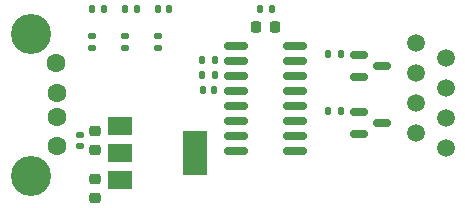
<source format=gbr>
%TF.GenerationSoftware,KiCad,Pcbnew,(6.0.4)*%
%TF.CreationDate,2023-01-25T09:54:28+09:00*%
%TF.ProjectId,naraetracker-usb-convertor,6e617261-6574-4726-9163-6b65722d7573,rev?*%
%TF.SameCoordinates,Original*%
%TF.FileFunction,Paste,Top*%
%TF.FilePolarity,Positive*%
%FSLAX46Y46*%
G04 Gerber Fmt 4.6, Leading zero omitted, Abs format (unit mm)*
G04 Created by KiCad (PCBNEW (6.0.4)) date 2023-01-25 09:54:28*
%MOMM*%
%LPD*%
G01*
G04 APERTURE LIST*
G04 Aperture macros list*
%AMRoundRect*
0 Rectangle with rounded corners*
0 $1 Rounding radius*
0 $2 $3 $4 $5 $6 $7 $8 $9 X,Y pos of 4 corners*
0 Add a 4 corners polygon primitive as box body*
4,1,4,$2,$3,$4,$5,$6,$7,$8,$9,$2,$3,0*
0 Add four circle primitives for the rounded corners*
1,1,$1+$1,$2,$3*
1,1,$1+$1,$4,$5*
1,1,$1+$1,$6,$7*
1,1,$1+$1,$8,$9*
0 Add four rect primitives between the rounded corners*
20,1,$1+$1,$2,$3,$4,$5,0*
20,1,$1+$1,$4,$5,$6,$7,0*
20,1,$1+$1,$6,$7,$8,$9,0*
20,1,$1+$1,$8,$9,$2,$3,0*%
G04 Aperture macros list end*
%ADD10RoundRect,0.150000X-0.825000X-0.150000X0.825000X-0.150000X0.825000X0.150000X-0.825000X0.150000X0*%
%ADD11RoundRect,0.225000X-0.250000X0.225000X-0.250000X-0.225000X0.250000X-0.225000X0.250000X0.225000X0*%
%ADD12RoundRect,0.135000X-0.135000X-0.185000X0.135000X-0.185000X0.135000X0.185000X-0.135000X0.185000X0*%
%ADD13RoundRect,0.140000X-0.140000X-0.170000X0.140000X-0.170000X0.140000X0.170000X-0.140000X0.170000X0*%
%ADD14RoundRect,0.140000X0.170000X-0.140000X0.170000X0.140000X-0.170000X0.140000X-0.170000X-0.140000X0*%
%ADD15RoundRect,0.147500X-0.147500X-0.172500X0.147500X-0.172500X0.147500X0.172500X-0.147500X0.172500X0*%
%ADD16C,1.520000*%
%ADD17R,2.000000X1.500000*%
%ADD18R,2.000000X3.800000*%
%ADD19C,1.600000*%
%ADD20C,3.400000*%
%ADD21RoundRect,0.135000X0.135000X0.185000X-0.135000X0.185000X-0.135000X-0.185000X0.135000X-0.185000X0*%
%ADD22RoundRect,0.135000X-0.185000X0.135000X-0.185000X-0.135000X0.185000X-0.135000X0.185000X0.135000X0*%
%ADD23RoundRect,0.150000X-0.587500X-0.150000X0.587500X-0.150000X0.587500X0.150000X-0.587500X0.150000X0*%
%ADD24RoundRect,0.225000X0.250000X-0.225000X0.250000X0.225000X-0.250000X0.225000X-0.250000X-0.225000X0*%
%ADD25RoundRect,0.225000X-0.225000X-0.250000X0.225000X-0.250000X0.225000X0.250000X-0.225000X0.250000X0*%
G04 APERTURE END LIST*
D10*
%TO.C,U2*%
X122747000Y-83947000D03*
X122747000Y-85217000D03*
X122747000Y-86487000D03*
X122747000Y-87757000D03*
X122747000Y-89027000D03*
X122747000Y-90297000D03*
X122747000Y-91567000D03*
X122747000Y-92837000D03*
X127697000Y-92837000D03*
X127697000Y-91567000D03*
X127697000Y-90297000D03*
X127697000Y-89027000D03*
X127697000Y-87757000D03*
X127697000Y-86487000D03*
X127697000Y-85217000D03*
X127697000Y-83947000D03*
%TD*%
D11*
%TO.C,C1*%
X110744000Y-95224000D03*
X110744000Y-96774000D03*
%TD*%
D12*
%TO.C,R4*%
X130554000Y-84582000D03*
X131574000Y-84582000D03*
%TD*%
D13*
%TO.C,C5*%
X124770000Y-80772000D03*
X125730000Y-80772000D03*
%TD*%
D14*
%TO.C,C3*%
X109474000Y-92428000D03*
X109474000Y-91468000D03*
%TD*%
D15*
%TO.C,LEDRX1*%
X113330000Y-80772000D03*
X114300000Y-80772000D03*
%TD*%
%TO.C,LEDPW1*%
X110536000Y-80772000D03*
X111506000Y-80772000D03*
%TD*%
D16*
%TO.C,RJ1*%
X140462000Y-92578000D03*
X137922000Y-91308000D03*
X140462000Y-90038000D03*
X137922000Y-88768000D03*
X140462000Y-87508000D03*
X137922000Y-86238000D03*
X140462000Y-84958000D03*
X137922000Y-83698000D03*
%TD*%
D17*
%TO.C,U1*%
X112928000Y-90664000D03*
D18*
X119228000Y-92964000D03*
D17*
X112928000Y-92964000D03*
X112928000Y-95264000D03*
%TD*%
D19*
%TO.C,USB1*%
X107541000Y-92400000D03*
X107541000Y-89900000D03*
X107541000Y-87900000D03*
X107521000Y-85400000D03*
D20*
X105381000Y-94900000D03*
X105381000Y-82900000D03*
%TD*%
D21*
%TO.C,R2*%
X120904000Y-86360000D03*
X119884000Y-86360000D03*
%TD*%
D22*
%TO.C,R6*%
X116078000Y-83058000D03*
X116078000Y-84078000D03*
%TD*%
D21*
%TO.C,R1*%
X120906000Y-85090000D03*
X119886000Y-85090000D03*
%TD*%
D22*
%TO.C,R5*%
X110490000Y-83058000D03*
X110490000Y-84078000D03*
%TD*%
D23*
%TO.C,Q2*%
X133174500Y-84648000D03*
X133174500Y-86548000D03*
X135049500Y-85598000D03*
%TD*%
D15*
%TO.C,LEDTX1*%
X116101000Y-80772000D03*
X117071000Y-80772000D03*
%TD*%
D24*
%TO.C,C2*%
X110744000Y-92710000D03*
X110744000Y-91160000D03*
%TD*%
D13*
%TO.C,C4*%
X119916000Y-87630000D03*
X120876000Y-87630000D03*
%TD*%
D22*
%TO.C,R7*%
X113284000Y-83058000D03*
X113284000Y-84078000D03*
%TD*%
D23*
%TO.C,Q1*%
X133174500Y-89474000D03*
X133174500Y-91374000D03*
X135049500Y-90424000D03*
%TD*%
D25*
%TO.C,C6*%
X124434000Y-82296000D03*
X125984000Y-82296000D03*
%TD*%
D12*
%TO.C,R3*%
X130552000Y-89408000D03*
X131572000Y-89408000D03*
%TD*%
M02*

</source>
